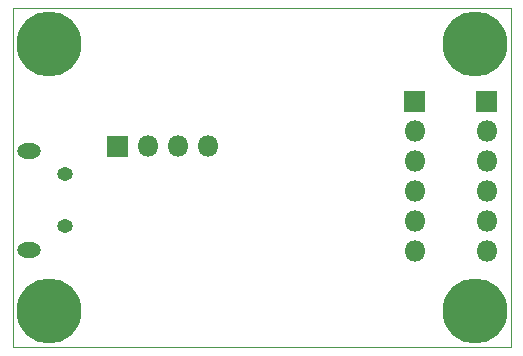
<source format=gbr>
G04 #@! TF.GenerationSoftware,KiCad,Pcbnew,5.1.10-88a1d61d58~88~ubuntu20.04.1*
G04 #@! TF.CreationDate,2021-05-19T21:03:50-06:00*
G04 #@! TF.ProjectId,ESP_Programmer,4553505f-5072-46f6-9772-616d6d65722e,rev?*
G04 #@! TF.SameCoordinates,Original*
G04 #@! TF.FileFunction,Soldermask,Bot*
G04 #@! TF.FilePolarity,Negative*
%FSLAX46Y46*%
G04 Gerber Fmt 4.6, Leading zero omitted, Abs format (unit mm)*
G04 Created by KiCad (PCBNEW 5.1.10-88a1d61d58~88~ubuntu20.04.1) date 2021-05-19 21:03:50*
%MOMM*%
%LPD*%
G01*
G04 APERTURE LIST*
G04 #@! TA.AperFunction,Profile*
%ADD10C,0.050000*%
G04 #@! TD*
%ADD11O,1.800000X1.800000*%
%ADD12O,1.350000X1.150000*%
%ADD13O,2.000000X1.300000*%
%ADD14C,5.500000*%
G04 APERTURE END LIST*
D10*
X184658000Y-116840000D02*
X195580000Y-116840000D01*
X184658000Y-88138000D02*
X184658000Y-116840000D01*
X184912000Y-88138000D02*
X184658000Y-88138000D01*
X226822000Y-88138000D02*
X184912000Y-88138000D01*
X226822000Y-116840000D02*
X226822000Y-88138000D01*
X226568000Y-116840000D02*
X226822000Y-116840000D01*
X195580000Y-116840000D02*
X226568000Y-116840000D01*
D11*
G04 #@! TO.C,J4*
X224790000Y-108712000D03*
X224790000Y-106172000D03*
X224790000Y-103632000D03*
X224790000Y-101092000D03*
X224790000Y-98552000D03*
G36*
G01*
X223890000Y-96862000D02*
X223890000Y-95162000D01*
G75*
G02*
X223940000Y-95112000I50000J0D01*
G01*
X225640000Y-95112000D01*
G75*
G02*
X225690000Y-95162000I0J-50000D01*
G01*
X225690000Y-96862000D01*
G75*
G02*
X225640000Y-96912000I-50000J0D01*
G01*
X223940000Y-96912000D01*
G75*
G02*
X223890000Y-96862000I0J50000D01*
G01*
G37*
G04 #@! TD*
G04 #@! TO.C,J3*
X218694000Y-108712000D03*
X218694000Y-106172000D03*
X218694000Y-103632000D03*
X218694000Y-101092000D03*
X218694000Y-98552000D03*
G36*
G01*
X217794000Y-96862000D02*
X217794000Y-95162000D01*
G75*
G02*
X217844000Y-95112000I50000J0D01*
G01*
X219544000Y-95112000D01*
G75*
G02*
X219594000Y-95162000I0J-50000D01*
G01*
X219594000Y-96862000D01*
G75*
G02*
X219544000Y-96912000I-50000J0D01*
G01*
X217844000Y-96912000D01*
G75*
G02*
X217794000Y-96862000I0J50000D01*
G01*
G37*
G04 #@! TD*
G04 #@! TO.C,J2*
X201168000Y-99822000D03*
X198628000Y-99822000D03*
X196088000Y-99822000D03*
G36*
G01*
X194398000Y-100722000D02*
X192698000Y-100722000D01*
G75*
G02*
X192648000Y-100672000I0J50000D01*
G01*
X192648000Y-98972000D01*
G75*
G02*
X192698000Y-98922000I50000J0D01*
G01*
X194398000Y-98922000D01*
G75*
G02*
X194448000Y-98972000I0J-50000D01*
G01*
X194448000Y-100672000D01*
G75*
G02*
X194398000Y-100722000I-50000J0D01*
G01*
G37*
G04 #@! TD*
D12*
G04 #@! TO.C,J1*
X189047000Y-106619000D03*
D13*
X186047000Y-108569000D03*
X186047000Y-100219000D03*
D12*
X189047000Y-102169000D03*
G04 #@! TD*
D14*
G04 #@! TO.C,H4*
X187706000Y-113792000D03*
G04 #@! TD*
G04 #@! TO.C,H3*
X223774000Y-113792000D03*
G04 #@! TD*
G04 #@! TO.C,H2*
X187706000Y-91186000D03*
G04 #@! TD*
G04 #@! TO.C,H1*
X223774000Y-91186000D03*
G04 #@! TD*
M02*

</source>
